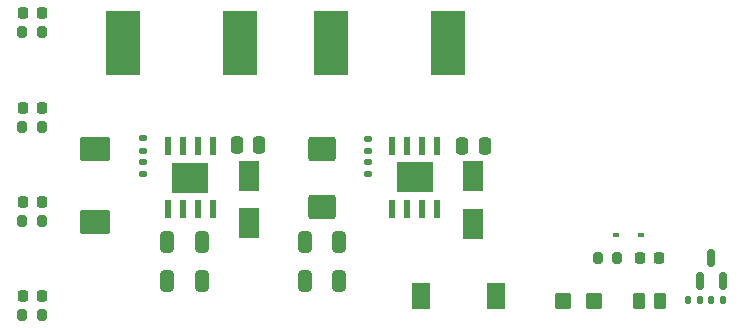
<source format=gtp>
G04 #@! TF.GenerationSoftware,KiCad,Pcbnew,7.0.1*
G04 #@! TF.CreationDate,2023-12-04T13:47:49-08:00*
G04 #@! TF.ProjectId,GReX_Power,47526558-5f50-46f7-9765-722e6b696361,2*
G04 #@! TF.SameCoordinates,Original*
G04 #@! TF.FileFunction,Paste,Top*
G04 #@! TF.FilePolarity,Positive*
%FSLAX46Y46*%
G04 Gerber Fmt 4.6, Leading zero omitted, Abs format (unit mm)*
G04 Created by KiCad (PCBNEW 7.0.1) date 2023-12-04 13:47:49*
%MOMM*%
%LPD*%
G01*
G04 APERTURE LIST*
G04 Aperture macros list*
%AMRoundRect*
0 Rectangle with rounded corners*
0 $1 Rounding radius*
0 $2 $3 $4 $5 $6 $7 $8 $9 X,Y pos of 4 corners*
0 Add a 4 corners polygon primitive as box body*
4,1,4,$2,$3,$4,$5,$6,$7,$8,$9,$2,$3,0*
0 Add four circle primitives for the rounded corners*
1,1,$1+$1,$2,$3*
1,1,$1+$1,$4,$5*
1,1,$1+$1,$6,$7*
1,1,$1+$1,$8,$9*
0 Add four rect primitives between the rounded corners*
20,1,$1+$1,$2,$3,$4,$5,0*
20,1,$1+$1,$4,$5,$6,$7,0*
20,1,$1+$1,$6,$7,$8,$9,0*
20,1,$1+$1,$8,$9,$2,$3,0*%
G04 Aperture macros list end*
%ADD10RoundRect,0.250000X0.325000X0.650000X-0.325000X0.650000X-0.325000X-0.650000X0.325000X-0.650000X0*%
%ADD11R,0.600000X0.450000*%
%ADD12RoundRect,0.150000X0.150000X-0.587500X0.150000X0.587500X-0.150000X0.587500X-0.150000X-0.587500X0*%
%ADD13RoundRect,0.135000X0.135000X0.185000X-0.135000X0.185000X-0.135000X-0.185000X0.135000X-0.185000X0*%
%ADD14RoundRect,0.218750X0.218750X0.256250X-0.218750X0.256250X-0.218750X-0.256250X0.218750X-0.256250X0*%
%ADD15RoundRect,0.135000X-0.185000X0.135000X-0.185000X-0.135000X0.185000X-0.135000X0.185000X0.135000X0*%
%ADD16RoundRect,0.250000X-0.450000X-0.425000X0.450000X-0.425000X0.450000X0.425000X-0.450000X0.425000X0*%
%ADD17R,2.900000X5.400000*%
%ADD18R,0.600000X1.550000*%
%ADD19R,3.100000X2.600000*%
%ADD20RoundRect,0.200000X0.200000X0.275000X-0.200000X0.275000X-0.200000X-0.275000X0.200000X-0.275000X0*%
%ADD21R,1.500000X2.200000*%
%ADD22RoundRect,0.200000X-0.200000X-0.275000X0.200000X-0.275000X0.200000X0.275000X-0.200000X0.275000X0*%
%ADD23RoundRect,0.250000X-0.262500X-0.450000X0.262500X-0.450000X0.262500X0.450000X-0.262500X0.450000X0*%
%ADD24R,1.800000X2.500000*%
%ADD25RoundRect,0.250000X-0.250000X-0.475000X0.250000X-0.475000X0.250000X0.475000X-0.250000X0.475000X0*%
%ADD26RoundRect,0.250000X-1.025000X0.787500X-1.025000X-0.787500X1.025000X-0.787500X1.025000X0.787500X0*%
%ADD27RoundRect,0.135000X-0.135000X-0.185000X0.135000X-0.185000X0.135000X0.185000X-0.135000X0.185000X0*%
%ADD28RoundRect,0.250000X-0.925000X0.787500X-0.925000X-0.787500X0.925000X-0.787500X0.925000X0.787500X0*%
G04 APERTURE END LIST*
D10*
X153900000Y-107850000D03*
X150950000Y-107850000D03*
X165532000Y-111177500D03*
X162582000Y-111177500D03*
D11*
X188972000Y-107249000D03*
X191072000Y-107249000D03*
D12*
X196072000Y-111124000D03*
X197972000Y-111124000D03*
X197022000Y-109249000D03*
D13*
X198052000Y-112774000D03*
X197032000Y-112774000D03*
D14*
X140312500Y-104500000D03*
X138737500Y-104500000D03*
X140312500Y-88500000D03*
X138737500Y-88500000D03*
D15*
X167994000Y-99119000D03*
X167994000Y-100139000D03*
D16*
X184432000Y-112854000D03*
X187132000Y-112854000D03*
D17*
X157150000Y-90993000D03*
X147250000Y-90993000D03*
D10*
X165532000Y-107884000D03*
X162582000Y-107884000D03*
D18*
X173836000Y-99690000D03*
X172566000Y-99690000D03*
X171296000Y-99690000D03*
X170026000Y-99690000D03*
X170026000Y-105090000D03*
X171296000Y-105090000D03*
X172566000Y-105090000D03*
X173836000Y-105090000D03*
D19*
X171931000Y-102390000D03*
D20*
X140350000Y-114000000D03*
X138700000Y-114000000D03*
X140350000Y-90100000D03*
X138700000Y-90100000D03*
D21*
X172414000Y-112456000D03*
X178814000Y-112456000D03*
D20*
X140350000Y-98100000D03*
X138700000Y-98100000D03*
D18*
X154808000Y-99700000D03*
X153538000Y-99700000D03*
X152268000Y-99700000D03*
X150998000Y-99700000D03*
X150998000Y-105100000D03*
X152268000Y-105100000D03*
X153538000Y-105100000D03*
X154808000Y-105100000D03*
D19*
X152903000Y-102400000D03*
D22*
X187409500Y-109249000D03*
X189059500Y-109249000D03*
D15*
X167994000Y-101112500D03*
X167994000Y-102132500D03*
D10*
X153900000Y-111150000D03*
X150950000Y-111150000D03*
D14*
X140312500Y-112400000D03*
X138737500Y-112400000D03*
D23*
X190862000Y-112854000D03*
X192687000Y-112854000D03*
D15*
X148944000Y-99090000D03*
X148944000Y-100110000D03*
D24*
X157850000Y-106250000D03*
X157850000Y-102250000D03*
D25*
X175934000Y-99702500D03*
X177834000Y-99702500D03*
D14*
X140312500Y-96500000D03*
X138737500Y-96500000D03*
D25*
X156850000Y-99650000D03*
X158750000Y-99650000D03*
D20*
X140350000Y-106100000D03*
X138700000Y-106100000D03*
D26*
X144880000Y-99945500D03*
X144880000Y-106170500D03*
D15*
X148944000Y-101040000D03*
X148944000Y-102060000D03*
D24*
X176884000Y-106302500D03*
X176884000Y-102302500D03*
D14*
X192597000Y-109249000D03*
X191022000Y-109249000D03*
D17*
X174722000Y-90993000D03*
X164822000Y-90993000D03*
D27*
X195022000Y-112774000D03*
X196042000Y-112774000D03*
D28*
X164057000Y-100002500D03*
X164057000Y-104927500D03*
M02*

</source>
